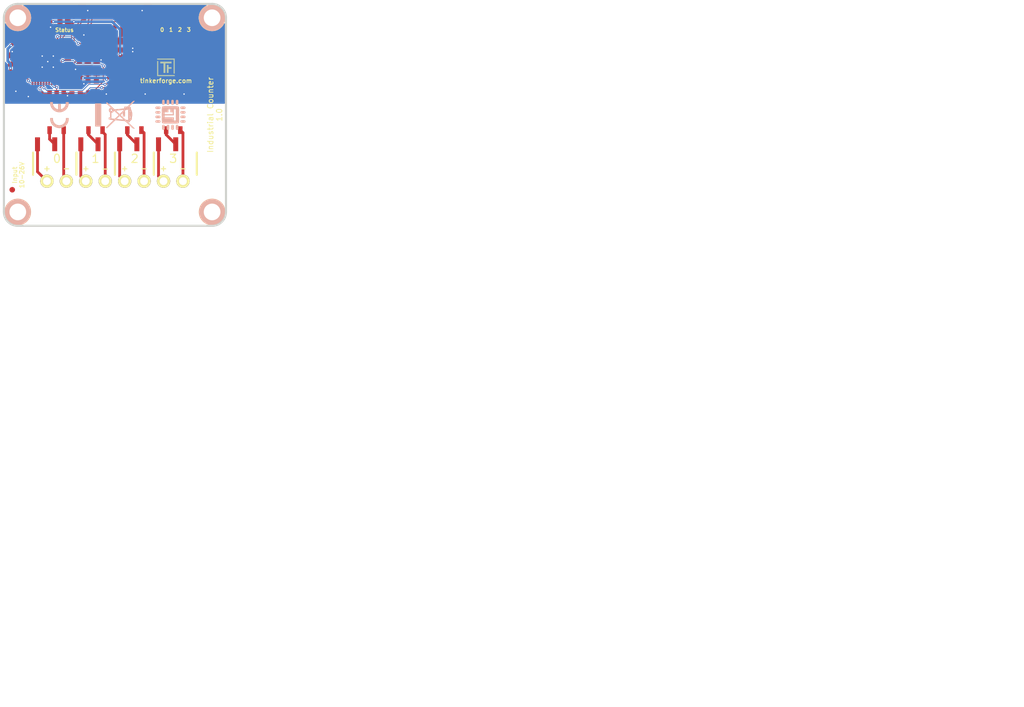
<source format=kicad_pcb>
(kicad_pcb (version 20221018) (generator pcbnew)
  (title_block (title "Industrial Counter Bricklet") (date "2017-09-18") (rev "1.0") (company "Tinkerforge GmbH") (comment 1 "Licensed under CERN OHL v.1.1") (comment 2 "Copyright (©) 2017, B.Nordmeyer <bastian@tinkerforge.com>"))
  (layers (0 "F.Cu" signal "Front") (31 "B.Cu" signal "Back") (34 "B.Paste" user) (35 "F.Paste" user) (36 "B.SilkS" user "B.Silkscreen") (37 "F.SilkS" user "F.Silkscreen") (38 "B.Mask" user) (39 "F.Mask" user) (44 "Edge.Cuts" user))
  (net 0 "")
  (net 1 "GND")
  (net 2 "Net-(C1-Pad1)")
  (net 3 "VCC")
  (net 4 "Net-(C4-Pad1)")
  (net 5 "Net-(C5-Pad1)")
  (net 6 "Net-(D1-Pad2)")
  (net 7 "Net-(D2-Pad2)")
  (net 8 "Net-(D3-Pad2)")
  (net 9 "Net-(D4-Pad2)")
  (net 10 "Net-(D5-Pad2)")
  (net 11 "Net-(P1-Pad4)")
  (net 12 "Net-(P1-Pad5)")
  (net 13 "Net-(P1-Pad6)")
  (net 14 "Net-(P2-Pad2)")
  (net 15 "Net-(P3-Pad2)")
  (net 16 "Net-(P3-Pad3)")
  (net 17 "Net-(P3-Pad4)")
  (net 18 "Net-(P3-Pad1)")
  (net 19 "Net-(P3-Pad5)")
  (net 20 "Net-(P3-Pad6)")
  (net 21 "Net-(P3-Pad7)")
  (net 22 "Net-(P3-Pad8)")
  (net 23 "Net-(R1-Pad1)")
  (net 24 "Net-(R2-Pad2)")
  (net 25 "Net-(R3-Pad2)")
  (net 26 "Net-(R4-Pad2)")
  (net 27 "Net-(R5-Pad2)")
  (net 28 "S-CS")
  (net 29 "S-CLK")
  (net 30 "S-MOSI")
  (net 31 "S-MISO")
  (net 32 "STATUS4")
  (net 33 "STATUS3")
  (net 34 "STATUS2")
  (net 35 "STATUS1")
  (net 36 "IN1")
  (net 37 "IN2")
  (net 38 "IN3")
  (net 39 "IN4")
  (net 40 "Net-(J1-Pad1)")
  (net 41 "Net-(P1-Pad1)")
  (net 42 "Net-(U1-Pad5)")
  (net 43 "Net-(U1-Pad6)")
  (net 44 "Net-(U1-Pad8)")
  (net 45 "Net-(U1-Pad9)")
  (net 46 "Net-(U1-Pad10)")
  (net 47 "Net-(U1-Pad11)")
  (net 48 "Net-(U1-Pad12)")
  (net 49 "Net-(U1-Pad13)")
  (net 50 "Net-(U1-Pad14)")
  (net 51 "Net-(U1-Pad15)")
  (net 52 "Net-(U1-Pad16)")
  (net 53 "Net-(U1-Pad20)")
  (net 54 "Net-(U1-Pad22)")
  (net 55 "Net-(U1-Pad23)")
  (net 56 "Net-(U1-Pad30)")
  (net 57 "Net-(U1-Pad31)")
  (net 58 "Net-(U1-Pad32)")
  (net 59 "Net-(U1-Pad34)")
  (net 60 "Net-(U1-Pad35)")
  (net 61 "Net-(U1-Pad36)")
  (net 62 "Net-(U1-Pad39)")
  (net 63 "Net-(U1-Pad40)")
  (footprint "kicad-libraries:DRILL_NP" (layer "F.Cu") (at 100.29952 75.54976)
    (fp_text reference "U6" hide)
    (fp_text value "DRILL" hide)
  )
  (footprint "Fiducial_Mark" (layer "F.Cu") (at 99.3013 71.54926)
    (fp_text reference "Fiducial_Mark" hide)
    (fp_text value "VAL**" hide)
  )
  (footprint "Fiducial_Mark" (layer "F.Cu") (at 135.8011 44.54906)
    (fp_text reference "Fiducial_Mark" hide)
    (fp_text value "VAL**" hide)
  )
  (footprint "Logo_31x31" (layer "F.Cu") (at 125.4 47.9)
    (fp_text reference "G***" hide)
    (fp_text value "Logo_31x31" hide)
  )
  (footprint "kicad-libraries:SolderJumper" (layer "F.Cu") (at 105.2 42.85 -90)
    (fp_text reference "P2")
    (fp_text value "BOOT")
  )
  (footprint "kicad-libraries:0603X4" (layer "F.Cu") (at 124.95 44.9 90)
    (fp_text reference "RP2")
    (fp_text value "1k")
  )
  (footprint "kicad-libraries:QFN48-EP2" (layer "F.Cu") (at 105.7 48.45 180)
    (fp_text reference "U1")
    (fp_text value "XMC1404")
  )
  (footprint "kicad-libraries:DRILL_NP" (layer "F.Cu") (at 100.3 40.55)
    (fp_text reference "U7" hide)
    (fp_text value "DRILL" hide)
  )
  (footprint "kicad-libraries:DRILL_NP" (layer "F.Cu") (at 135.3 75.55)
    (fp_text reference "U8" hide)
    (fp_text value "DRILL" hide)
  )
  (footprint "kicad-libraries:DRILL_NP" (layer "F.Cu") (at 135.3 40.55)
    (fp_text reference "U9" hide)
    (fp_text value "DRILL" hide)
  )
  (footprint "kicad-libraries:CRYSTAL_3225" (layer "F.Cu") (at 113.7 49.25 -90)
    (fp_text reference "X1")
    (fp_text value "16MHz")
  )
  (footprint "kicad-libraries:DEBUG_PAD" (layer "F.Cu") (at 100.2 51.15)
    (fp_text reference "J1")
    (fp_text value "DEBUG")
  )
  (footprint "kicad-libraries:SO-5" (layer "F.Cu") (at 107.3 57.55)
    (fp_text reference "U2")
    (fp_text value "TLP2367")
  )
  (footprint "kicad-libraries:SO-5" (layer "F.Cu") (at 114.3 57.55)
    (fp_text reference "U3")
    (fp_text value "TLP2367")
  )
  (footprint "kicad-libraries:SO-5" (layer "F.Cu") (at 121.3 57.55)
    (fp_text reference "U4")
    (fp_text value "TLP2367")
  )
  (footprint "kicad-libraries:SO-5" (layer "F.Cu") (at 128.3 57.55)
    (fp_text reference "U5")
    (fp_text value "TLP2367")
  )
  (footprint "kicad-libraries:C0402F" (layer "F.Cu") (at 112.7 44.3 180)
    (fp_text reference "C1")
    (fp_text value "220pF")
  )
  (footprint "kicad-libraries:C0805" (layer "F.Cu") (at 119.7 44.75 180)
    (fp_text reference "C2")
    (fp_text value "10uF")
  )
  (footprint "kicad-libraries:C0603F" (layer "F.Cu") (at 119.5 46.35 180)
    (fp_text reference "C3")
    (fp_text value "1uF")
  )
  (footprint "kicad-libraries:C0603F" (layer "F.Cu") (at 113.7 51.95 180)
    (fp_text reference "C4")
    (fp_text value "10pF")
  )
  (footprint "kicad-libraries:C0603F" (layer "F.Cu") (at 111.4 49.15 -90)
    (fp_text reference "C5")
    (fp_text value "10pF")
  )
  (footprint "kicad-libraries:C0603F" (layer "F.Cu") (at 111.4 52.05 -90)
    (fp_text reference "C6")
    (fp_text value "100nF")
  )
  (footprint "kicad-libraries:C0603F" (layer "F.Cu") (at 99 48.15 90)
    (fp_text reference "C7")
    (fp_text value "100nF")
  )
  (footprint "kicad-libraries:C0603F" (layer "F.Cu") (at 100.7 53.05 180)
    (fp_text reference "C8")
    (fp_text value "100nF")
  )
  (footprint "kicad-libraries:C0603F" (layer "F.Cu") (at 100.4 48.15 90)
    (fp_text reference "C9")
    (fp_text value "220nF")
  )
  (footprint "kicad-libraries:C0603F" (layer "F.Cu") (at 103.7 54.25 180)
    (fp_text reference "C10")
    (fp_text value "100nF")
  )
  (footprint "kicad-libraries:C0603F" (layer "F.Cu") (at 110.8 54.25 180)
    (fp_text reference "C11")
    (fp_text value "100nF")
  )
  (footprint "kicad-libraries:C0603F" (layer "F.Cu") (at 117.8 54.25 180)
    (fp_text reference "C12")
    (fp_text value "100nF")
  )
  (footprint "kicad-libraries:C0603F" (layer "F.Cu") (at 124.9 54.25 180)
    (fp_text reference "C13")
    (fp_text value "100nF")
  )
  (footprint "kicad-libraries:D0603E" (layer "F.Cu") (at 109.3 40.55 90)
    (fp_text reference "D1")
    (fp_text value "blue")
  )
  (footprint "kicad-libraries:D0603E" (layer "F.Cu") (at 126.3 40.5 -90)
    (fp_text reference "D2")
    (fp_text value "blue")
  )
  (footprint "kicad-libraries:D0603E" (layer "F.Cu") (at 127.9 40.5 -90)
    (fp_text reference "D3")
    (fp_text value "blue")
  )
  (footprint "kicad-libraries:D0603E" (layer "F.Cu") (at 129.5 40.5 -90)
    (fp_text reference "D4")
    (fp_text value "blue")
  )
  (footprint "kicad-libraries:D0603E" (layer "F.Cu") (at 131.1 40.5 -90)
    (fp_text reference "D5")
    (fp_text value "blue")
  )
  (footprint "kicad-libraries:CON-SENSOR2" (layer "F.Cu") (at 117.80012 38.0492 180)
    (fp_text reference "P1")
    (fp_text value "CON-SENSOR2")
  )
  (footprint "kicad-libraries:OQ_8P" (layer "F.Cu") (at 117.8 70)
    (fp_text reference "P3")
    (fp_text value "CONN_8")
  )
  (footprint "kicad-libraries:R0603F" (layer "F.Cu") (at 107.9 40.55 90)
    (fp_text reference "R1")
    (fp_text value "1k")
  )
  (footprint "kicad-libraries:R1210" (layer "F.Cu") (at 105.4 63.35)
    (fp_text reference "R2")
    (fp_text value "2.7k 0.5W")
  )
  (footprint "kicad-libraries:R1210" (layer "F.Cu") (at 113.2 63.35)
    (fp_text reference "R3")
    (fp_text value "2.7k 0.5W")
  )
  (footprint "kicad-libraries:R1210" (layer "F.Cu") (at 120.2 63.35)
    (fp_text reference "R4")
    (fp_text value "2.7k 0.5W")
  )
  (footprint "kicad-libraries:R1210" (layer "F.Cu") (at 127.2 63.35)
    (fp_text reference "R5")
    (fp_text value "2.7k 0.5W")
  )
  (footprint "kicad-libraries:4X0402" (layer "F.Cu") (at 112.7 45.95 90)
    (fp_text reference "RP1")
    (fp_text value "82")
  )
  (footprint "kicad-libraries:CE_5mm" (layer "B.Cu") (at 107.8 58.05 90)
    (fp_text reference "VAL" hide)
    (fp_text value "CE_5mm" hide)
  )
  (footprint "kicad-libraries:WEEE_7mm" (layer "B.Cu") (at 117.8 58.05 90)
    (fp_text reference "VAL" hide)
    (fp_text value "WEEE_7mm" hide)
  )
  (footprint "kicad-libraries:Logo_CoMCU" (layer "B.Cu") (at 127.8 58.05 90)
    (fp_text reference "G***" hide)
    (fp_text value "LOGO" hide)
  )
  (gr_line (start 117.80012 68.84924) (end 117.80012 64.84874) (stroke (width 0.381)) (layer "F.SilkS"))
  (gr_line (start 103.05034 68.84924) (end 103.05034 64.84874) (stroke (width 0.381)) (layer "F.SilkS"))
  (gr_line (start 132.5499 68.84924) (end 132.5499 64.84874) (stroke (width 0.381)) (layer "F.SilkS"))
  (gr_line (start 110.85068 68.84924) (end 110.85068 64.84874) (stroke (width 0.381)) (layer "F.SilkS"))
  (gr_line (start 124.80036 68.84924) (end 124.80036 64.84874) (stroke (width 0.381)) (layer "F.SilkS"))
  (gr_arc (start 97.80016 40.5511) (mid 98.532206 38.783786) (end 100.29952 38.05174) (stroke (width 0.381)) (layer "Edge.Cuts"))
  (gr_line (start 135.30072 38.0492) (end 100.29952 38.0492) (stroke (width 0.381)) (layer "Edge.Cuts"))
  (gr_arc (start 135.29818 38.0492) (mid 137.06729 38.78199) (end 137.80008 40.5511) (stroke (width 0.381)) (layer "Edge.Cuts"))
  (gr_line (start 137.80262 75.54976) (end 137.80262 40.5511) (stroke (width 0.381)) (layer "Edge.Cuts"))
  (gr_arc (start 137.80008 75.54976) (mid 137.06729 77.31887) (end 135.29818 78.05166) (stroke (width 0.381)) (layer "Edge.Cuts"))
  (gr_line (start 100.29952 78.04912) (end 135.30072 78.04912) (stroke (width 0.381)) (layer "Edge.Cuts"))
  (gr_line (start 97.80016 40.5511) (end 97.80016 75.54976) (stroke (width 0.381)) (layer "Edge.Cuts"))
  (gr_arc (start 100.29952 78.04912) (mid 98.532206 77.317074) (end 97.80016 75.54976) (stroke (width 0.381)) (layer "Edge.Cuts"))
  (gr_text "3" (at 131.1 42.7) (layer "F.SilkS") (effects (font (size 0.7 0.7) (thickness 0.14986))))
  (gr_text "Industrial Counter\n1.0" (at 135.8 58.05 90) (layer "F.SilkS") (effects (font (size 1 1))))
  (gr_text "-" (at 109.04982 67.69862) (layer "F.SilkS") (effects (font (size 1.00076 1.00076) (thickness 0.20066))))
  (gr_text "+" (at 105.5497 67.69862) (layer "F.SilkS") (effects (font (size 1.00076 1.00076) (thickness 0.20066))))
  (gr_text "-" (at 123.0503 67.69862) (layer "F.SilkS") (effects (font (size 1.00076 1.00076) (thickness 0.20066))))
  (gr_text "2" (at 129.5 42.7) (layer "F.SilkS") (effects (font (size 0.7 0.7) (thickness 0.14986))))
  (gr_text "1" (at 114.3 65.94856) (layer "F.SilkS") (effects (font (size 1.50114 1.50114) (thickness 0.20066))))
  (gr_text "2" (at 121.35104 65.94856) (layer "F.SilkS") (effects (font (size 1.50114 1.50114) (thickness 0.20066))))
  (gr_text "+" (at 126.55042 67.69862) (layer "F.SilkS") (effects (font (size 1.00076 1.00076) (thickness 0.20066))))
  (gr_text "-" (at 116.05006 67.74942) (layer "F.SilkS") (effects (font (size 1.00076 1.00076) (thickness 0.20066))))
  (gr_text "3" (at 128.30048 65.94856) (layer "F.SilkS") (effects (font (size 1.50114 1.50114) (thickness 0.20066))))
  (gr_text "+" (at 112.54994 67.69862) (layer "F.SilkS") (effects (font (size 1.00076 1.00076) (thickness 0.20066))))
  (gr_text "Input\n10-26V" (at 100.4 68.9 90) (layer "F.SilkS") (effects (font (size 0.8001 0.8001) (thickness 0.14986))))
  (gr_text "0" (at 107.35056 65.94856) (layer "F.SilkS") (effects (font (size 1.50114 1.50114) (thickness 0.20066))))
  (gr_text "-" (at 130.05054 67.69862) (layer "F.SilkS") (effects (font (size 1.00076 1.00076) (thickness 0.20066))))
  (gr_text "+" (at 119.55018 67.69862) (layer "F.SilkS") (effects (font (size 1.00076 1.00076) (thickness 0.20066))))
  (gr_text "tinkerforge.com" (at 127 51.9) (layer "F.SilkS") (effects (font (size 0.8001 0.8001) (thickness 0.14986))))
  (gr_text "1" (at 127.9 42.7) (layer "F.SilkS") (effects (font (size 0.7 0.7) (thickness 0.14986))))
  (gr_text "0" (at 126.3 42.65 180) (layer "F.SilkS") (effects (font (size 0.7 0.7) (thickness 0.14986))))
  (gr_text "Status" (at 108.7 42.75) (layer "F.SilkS") (effects (font (size 0.7 0.7) (thickness 0.14986))))
  (segment (start 101.3507 47.7007) (end 101.05 47.4) (width 0.29972) (layer "F.Cu") (net 1))
  (segment (start 101.05 47.4) (end 100.4 47.4) (width 0.29972) (layer "F.Cu") (net 1))
  (segment (start 109.84828 51.19828) (end 110.4 51.75) (width 0.29972) (layer "F.Cu") (net 1))
  (segment (start 110.4 51.75) (end 110.4 52.55) (width 0.29972) (layer "F.Cu") (net 1))
  (segment (start 110.4 52.55) (end 110.65 52.8) (width 0.29972) (layer "F.Cu") (net 1))
  (segment (start 110.65 52.8) (end 111.4 52.8) (width 0.29972) (layer "F.Cu") (net 1))
  (segment (start 112.8999 51.8999) (end 112.95 51.95) (width 0.50038) (layer "F.Cu") (net 1))
  (segment (start 115.29982 48.15018) (end 115.3 48.15) (width 0.50038) (layer "F.Cu") (net 1))
  (segment (start 110.75 49.9) (end 110.7 49.85) (width 0.50038) (layer "F.Cu") (net 1))
  (segment (start 111.85 52.8) (end 112.2 52.45) (width 0.50038) (layer "F.Cu") (net 1))
  (segment (start 112.7 51.95) (end 112.2 52.45) (width 0.50038) (layer "F.Cu") (net 1))
  (segment (start 99 46.95) (end 99.3 46.65) (width 0.50038) (layer "F.Cu") (net 1))
  (segment (start 109.6 54.25) (end 109.25 54.6) (width 0.50038) (layer "F.Cu") (net 1))
  (segment (start 108.95 54.3) (end 109.25 54.6) (width 0.50038) (layer "F.Cu") (net 1))
  (segment (start 102.7 54.25) (end 102.2 54.75) (width 0.50038) (layer "F.Cu") (net 1))
  (segment (start 116.3 54.25) (end 116.25 54.3) (width 0.50038) (layer "F.Cu") (net 1))
  (segment (start 123.3 54.25) (end 123.25 54.3) (width 0.50038) (layer "F.Cu") (net 1))
  (segment (start 112.8992 39.2492) (end 112.9 39.25) (width 0.50038) (layer "F.Cu") (net 1))
  (segment (start 122.7008 39.2492) (end 122.7 39.25) (width 0.50038) (layer "F.Cu") (net 1))
  (segment (start 120.30012 43.45012) (end 120.70076 43.85076) (width 0.50038) (layer "F.Cu") (net 1))
  (segment (start 120.70076 43.85076) (end 120.70076 44.75) (width 0.50038) (layer "F.Cu") (net 1))
  (segment (start 120.70076 45.34924) (end 120.25 45.8) (width 0.50038) (layer "F.Cu") (net 1))
  (segment (start 120.25 45.8) (end 120.25 46.35) (width 0.50038) (layer "F.Cu") (net 1))
  (segment (start 120.7 46.35) (end 121 46.05) (width 0.50038) (layer "F.Cu") (net 1))
  (segment (start 120.7 46.35) (end 121 46.65) (width 0.50038) (layer "F.Cu") (net 1))
  (segment (start 105.75 42.5) (end 105.6 42.35) (width 0.14986) (layer "F.Cu") (net 1))
  (segment (start 105.6 42.35) (end 105.2 42.35) (width 0.14986) (layer "F.Cu") (net 1))
  (segment (start 104.6 42.35) (end 104.6 42.75) (width 0.14986) (layer "F.Cu") (net 1))
  (segment (start 104.6 42.75) (end 104.65 42.625) (width 0.14986) (layer "F.Cu") (net 1))
  (segment (start 106.1 42.35) (end 106.2 42.25) (width 0.29972) (layer "F.Cu") (net 1))
  (segment (start 111.4 52.8) (end 111.85 52.8) (width 0.50038) (layer "F.Cu") (net 1))
  (segment (start 105.7 48.45) (end 106.7 47.45) (width 0.50038) (layer "F.Cu") (net 1))
  (segment (start 99 47.4) (end 99 46.95) (width 0.50038) (layer "F.Cu") (net 1))
  (segment (start 112.95 51.95) (end 112.7 51.95) (width 0.50038) (layer "F.Cu") (net 1))
  (segment (start 102.95 54.25) (end 102.7 54.25) (width 0.50038) (layer "F.Cu") (net 1))
  (segment (start 105.2 42.35) (end 106.1 42.35) (width 0.29972) (layer "F.Cu") (net 1))
  (segment (start 117.05 54.25) (end 116.3 54.25) (width 0.50038) (layer "F.Cu") (net 1))
  (segment (start 120.70076 44.75) (end 120.70076 45.34924) (width 0.50038) (layer "F.Cu") (net 1))
  (segment (start 112.2 44.3) (end 112.2 43.65) (width 0.50038) (layer "F.Cu") (net 1))
  (segment (start 123.25 54.3) (end 122.57 54.3) (width 0.50038) (layer "F.Cu") (net 1))
  (segment (start 116.25 54.3) (end 115.57 54.3) (width 0.50038) (layer "F.Cu") (net 1))
  (segment (start 105.7 48.45) (end 106.7 49.45) (width 0.50038) (layer "F.Cu") (net 1))
  (segment (start 111.90012 39.2492) (end 112.8992 39.2492) (width 0.50038) (layer "F.Cu") (net 1))
  (segment (start 105.75 42.625) (end 105.75 42.5) (width 0.14986) (layer "F.Cu") (net 1))
  (segment (start 120.30012 42.6492) (end 120.30012 43.45012) (width 0.50038) (layer "F.Cu") (net 1))
  (segment (start 114.5001 48.15018) (end 115.29982 48.15018) (width 0.50038) (layer "F.Cu") (net 1))
  (segment (start 112.8999 50.34982) (end 112.8999 51.8999) (width 0.50038) (layer "F.Cu") (net 1))
  (segment (start 109.30934 51.19828) (end 109.84828 51.19828) (width 0.29972) (layer "F.Cu") (net 1))
  (segment (start 123.70012 39.2492) (end 122.7008 39.2492) (width 0.50038) (layer "F.Cu") (net 1))
  (segment (start 111.4 49.9) (end 110.75 49.9) (width 0.50038) (layer "F.Cu") (net 1))
  (segment (start 129.57 54.3) (end 130.25 54.3) (width 0.50038) (layer "F.Cu") (net 1))
  (segment (start 110.05 54.25) (end 109.6 54.25) (width 0.50038) (layer "F.Cu") (net 1))
  (segment (start 105.2 42.35) (end 104.6 42.35) (width 0.14986) (layer "F.Cu") (net 1))
  (segment (start 120.25 46.35) (end 120.7 46.35) (width 0.50038) (layer "F.Cu") (net 1))
  (segment (start 124.15 54.25) (end 123.3 54.25) (width 0.50038) (layer "F.Cu") (net 1))
  (segment (start 105.7 48.45) (end 104.7 49.45) (width 0.50038) (layer "F.Cu") (net 1))
  (segment (start 108.57 54.3) (end 108.95 54.3) (width 0.50038) (layer "F.Cu") (net 1))
  (segment (start 100.4 47.4) (end 99 47.4) (width 0.50038) (layer "F.Cu") (net 1))
  (segment (start 99.95 53.05) (end 99.95 53.8) (width 0.50038) (layer "F.Cu") (net 1))
  (segment (start 105.7 48.45) (end 104.7 47.45) (width 0.50038) (layer "F.Cu") (net 1))
  (segment (start 102.08812 47.7007) (end 101.3507 47.7007) (width 0.29972) (layer "F.Cu") (net 1))
  (via (at 106.7 47.45) (size 0.55) (drill 0.25) (layers "F.Cu" "B.Cu") (net 1))
  (via (at 115.3 48.15) (size 0.55) (drill 0.25) (layers "F.Cu" "B.Cu") (net 1))
  (via (at 121 46.05) (size 0.55) (drill 0.25) (layers "F.Cu" "B.Cu") (net 1))
  (via (at 130.25 54.3) (size 0.55) (drill 0.25) (layers "F.Cu" "B.Cu") (net 1))
  (via (at 112.2 52.45) (size 0.55) (drill 0.25) (layers "F.Cu" "B.Cu") (net 1))
  (via (at 104.7 47.45) (size 0.55) (drill 0.25) (layers "F.Cu" "B.Cu") (net 1))
  (via (at 116.25 54.3) (size 0.55) (drill 0.25) (layers "F.Cu" "B.Cu") (net 1))
  (via (at 104.7 49.45) (size 0.55) (drill 0.25) (layers "F.Cu" "B.Cu") (net 1))
  (via (at 110.7 49.85) (size 0.55) (drill 0.25) (layers "F.Cu" "B.Cu") (net 1))
  (via (at 106.2 42.25) (size 0.55) (drill 0.25) (layers "F.Cu" "B.Cu") (net 1))
  (via (at 109.25 54.6) (size 0.55) (drill 0.25) (layers "F.Cu" "B.Cu") (net 1))
  (via (at 122.7 39.25) (size 0.55) (drill 0.25) (layers "F.Cu" "B.Cu") (net 1))
  (via (at 123.25 54.3) (size 0.55) (drill 0.25) (layers "F.Cu" "B.Cu") (net 1))
  (via (at 99.3 46.65) (size 0.55) (drill 0.25) (layers "F.Cu" "B.Cu") (net 1))
  (via (at 99.95 53.8) (size 0.55) (drill 0.25) (layers "F.Cu" "B.Cu") (net 1))
  (via (at 112.9 39.25) (size 0.55) (drill 0.25) (layers "F.Cu" "B.Cu") (net 1))
  (via (at 102.2 54.75) (size 0.55) (drill 0.25) (layers "F.Cu" "B.Cu") (net 1))
  (via (at 121 46.65) (size 0.55) (drill 0.25) (layers "F.Cu" "B.Cu") (net 1))
  (via (at 112.2 43.65) (size 0.55) (drill 0.25) (layers "F.Cu" "B.Cu") (net 1))
  (via (at 106.7 49.45) (size 0.55) (drill 0.25) (layers "F.Cu" "B.Cu") (net 1))
  (via (at 105.7 48.45) (size 0.55) (drill 0.25) (layers "F.Cu" "B.Cu") (net 1))
  (segment (start 114.05012 44.04988) (end 113.8 44.3) (width 0.14986) (layer "F.Cu") (net 2))
  (segment (start 113.8 44.3) (end 113.2 44.3) (width 0.14986) (layer "F.Cu") (net 2))
  (segment (start 113.2 45.1257) (end 113.275 45.2007) (width 0.14986) (layer "F.Cu") (net 2))
  (segment (start 113.275 45.2007) (end 113.275 45.125) (width 0.14986) (layer "F.Cu") (net 2))
  (segment (start 113.2 44.3) (end 113.2 45.1257) (width 0.14986) (layer "F.Cu") (net 2))
  (segment (start 114.05012 42.6492) (end 114.05012 44.04988) (width 0.14986) (layer "F.Cu") (net 2))
  (segment (start 100.60108 48.69892) (end 100.4 48.9) (width 0.29972) (layer "F.Cu") (net 3))
  (segment (start 101.25108 48.20108) (end 101.2 48.15) (width 0.29972) (layer "F.Cu") (net 3))
  (segment (start 101.2 48.15) (end 99.75 48.15) (width 0.29972) (layer "F.Cu") (net 3))
  (segment (start 99.75 48.15) (end 99 48.9) (width 0.29972) (layer "F.Cu") (net 3))
  (segment (start 110.1479 50.6979) (end 110.75 51.3) (width 0.29972) (layer "F.Cu") (net 3))
  (segment (start 110.75 51.3) (end 111.4 51.3) (width 0.29972) (layer "F.Cu") (net 3))
  (segment (start 99 54.55) (end 100 55.55) (width 0.50038) (layer "F.Cu") (net 3))
  (segment (start 103.95248 52.79752) (end 103.7 53.05) (width 0.29972) (layer "F.Cu") (net 3))
  (segment (start 103.7 53.05) (end 101.45 53.05) (width 0.29972) (layer "F.Cu") (net 3))
  (segment (start 124.5 55.55) (end 125.65 54.4) (width 0.50038) (layer "F.Cu") (net 3))
  (segment (start 125.65 54.4) (end 125.65 54.25) (width 0.50038) (layer "F.Cu") (net 3))
  (segment (start 118.55 54.8) (end 117.8 55.55) (width 0.50038) (layer "F.Cu") (net 3))
  (segment (start 117.8 55.55) (end 124.5 55.55) (width 0.50038) (layer "F.Cu") (net 3))
  (segment (start 111.55 54.7) (end 110.7 55.55) (width 0.50038) (layer "F.Cu") (net 3))
  (segment (start 110.7 55.55) (end 117.8 55.55) (width 0.50038) (layer "F.Cu") (net 3))
  (segment (start 104.45 54.5) (end 103.4 55.55) (width 0.50038) (layer "F.Cu") (net 3))
  (segment (start 103.4 55.55) (end 110.7 55.55) (width 0.50038) (layer "F.Cu") (net 3))
  (segment (start 101.45 54.1) (end 100 55.55) (width 0.50038) (layer "F.Cu") (net 3))
  (segment (start 99.1 45.55) (end 100.6 44.05) (width 0.50038) (layer "F.Cu") (net 3))
  (segment (start 100.6 44.05) (end 101.8 44.05) (width 0.50038) (layer "F.Cu") (net 3))
  (segment (start 111.95 51.3) (end 112.05 51.4) (width 0.50038) (layer "F.Cu") (net 3))
  (segment (start 119.05012 43.69988) (end 118.69924 44.05076) (width 0.50038) (layer "F.Cu") (net 3))
  (segment (start 118.69924 44.05076) (end 118.69924 44.75) (width 0.50038) (layer "F.Cu") (net 3))
  (segment (start 118.69924 46.29924) (end 118.75 46.35) (width 0.50038) (layer "F.Cu") (net 3))
  (segment (start 118.75 49.2) (end 116.3 51.65) (width 0.50038) (layer "F.Cu") (net 3))
  (segment (start 118.75 47.15) (end 118.75 49.2) (width 0.50038) (layer "F.Cu") (net 3))
  (segment (start 110.4 41.25) (end 110.2499 41.4001) (width 0.50038) (layer "F.Cu") (net 3))
  (segment (start 109.3 41.4001) (end 110.2499 41.4001) (width 0.50038) (layer "F.Cu") (net 3))
  (segment (start 106.7 41.25) (end 104.6 41.25) (width 0.50038) (layer "F.Cu") (net 3))
  (segment (start 104.6 41.25) (end 101.8 44.05) (width 0.50038) (layer "F.Cu") (net 3))
  (segment (start 131.7999 39.6499) (end 132.3 40.15) (width 0.50038) (layer "F.Cu") (net 3))
  (segment (start 132.3 40.15) (end 132.3 44.75) (width 0.50038) (layer "F.Cu") (net 3))
  (segment (start 132.3 44.75) (end 129 48.05) (width 0.50038) (layer "F.Cu") (net 3))
  (segment (start 129 48.05) (end 119.65 48.05) (width 0.50038) (layer "F.Cu") (net 3))
  (segment (start 119.65 48.05) (end 118.75 47.15) (width 0.50038) (layer "F.Cu") (net 3))
  (segment (start 118.55 54.25) (end 118.55 54.8) (width 0.50038) (layer "F.Cu") (net 3))
  (segment (start 100 55.55) (end 103.4 55.55) (width 0.50038) (layer "F.Cu") (net 3))
  (segment (start 119.05012 42.6492) (end 119.05012 43.69988) (width 0.50038) (layer "F.Cu") (net 3))
  (segment (start 101.45 53.05) (end 101.45 54.1) (width 0.50038) (layer "F.Cu") (net 3))
  (segment (start 104.45 54.25) (end 104.45 54.5) (width 0.50038) (layer "F.Cu") (net 3))
  (segment (start 102.08812 48.69892) (end 100.60108 48.69892) (width 0.29972) (layer "F.Cu") (net 3))
  (segment (start 127.9 39.6499) (end 126.3 39.6499) (width 0.50038) (layer "F.Cu") (net 3))
  (segment (start 111.55 54.25) (end 111.55 54.7) (width 0.50038) (layer "F.Cu") (net 3))
  (segment (start 129.5 39.6499) (end 127.9 39.6499) (width 0.50038) (layer "F.Cu") (net 3))
  (segment (start 120.03 54.3) (end 118.5 54.3) (width 0.29972) (layer "F.Cu") (net 3))
  (segment (start 109.31188 50.6979) (end 110.1479 50.6979) (width 0.29972) (layer "F.Cu") (net 3))
  (segment (start 111.4 51.3) (end 111.95 51.3) (width 0.50038) (layer "F.Cu") (net 3))
  (segment (start 131.1 39.6499) (end 131.7999 39.6499) (width 0.50038) (layer "F.Cu") (net 3))
  (segment (start 118.75 46.35) (end 118.75 47.15) (width 0.50038) (layer "F.Cu") (net 3))
  (segment (start 99 48.9) (end 100.4 48.9) (width 0.50038) (layer "F.Cu") (net 3))
  (segment (start 99 48.9) (end 99 49.65) (width 0.50038) (layer "F.Cu") (net 3))
  (segment (start 99 49.65) (end 99 54.55) (width 0.50038) (layer "F.Cu") (net 3))
  (segment (start 103.95248 52.06188) (end 103.95248 52.79752) (width 0.29972) (layer "F.Cu") (net 3))
  (segment (start 104.5 54.3) (end 106.03 54.3) (width 0.29972) (layer "F.Cu") (net 3))
  (segment (start 127.03 54.3) (end 125.5 54.3) (width 0.29972) (layer "F.Cu") (net 3))
  (segment (start 113.03 54.3) (end 111.5 54.3) (width 0.29972) (layer "F.Cu") (net 3))
  (segment (start 102.08812 48.20108) (end 101.25108 48.20108) (width 0.29972) (layer "F.Cu") (net 3))
  (segment (start 131.1 39.6499) (end 129.5 39.6499) (width 0.50038) (layer "F.Cu") (net 3))
  (segment (start 118.69924 44.75) (end 118.69924 46.29924) (width 0.50038) (layer "F.Cu") (net 3))
  (via (at 118.75 47.15) (size 0.55) (drill 0.25) (layers "F.Cu" "B.Cu") (net 3))
  (via (at 116.3 51.65) (size 0.55) (drill 0.25) (layers "F.Cu" "B.Cu") (net 3))
  (via (at 99.1 45.55) (size 0.55) (drill 0.25) (layers "F.Cu" "B.Cu") (net 3))
  (via (at 106.7 41.25) (size 0.55) (drill 0.25) (layers "F.Cu" "B.Cu") (net 3))
  (via (at 112.05 51.4) (size 0.55) (drill 0.25) (layers "F.Cu" "B.Cu") (net 3))
  (via (at 110.4 41.25) (size 0.55) (drill 0.25) (layers "F.Cu" "B.Cu") (net 3))
  (via (at 99 49.65) (size 0.55) (drill 0.25) (layers "F.Cu" "B.Cu") (net 3))
  (segment (start 99 48.85) (end 98.5 48.35) (width 0.50038) (layer "B.Cu") (net 3))
  (segment (start 98.5 48.35) (end 98.5 46.15) (width 0.50038) (layer "B.Cu") (net 3))
  (segment (start 98.5 46.15) (end 99.1 45.55) (width 0.50038) (layer "B.Cu") (net 3))
  (segment (start 116.05 51.4) (end 116.3 51.65) (width 0.50038) (layer "B.Cu") (net 3))
  (segment (start 118.75 42.7) (end 117.3 41.25) (width 0.50038) (layer "B.Cu") (net 3))
  (segment (start 117.3 41.25) (end 110.4 41.25) (width 0.50038) (layer "B.Cu") (net 3))
  (segment (start 112.05 51.4) (end 116.05 51.4) (width 0.50038) (layer "B.Cu") (net 3))
  (segment (start 110.4 41.25) (end 106.7 41.25) (width 0.50038) (layer "B.Cu") (net 3))
  (segment (start 118.75 47.15) (end 118.75 42.7) (width 0.50038) (layer "B.Cu") (net 3))
  (segment (start 99 49.65) (end 99 48.85) (width 0.50038) (layer "B.Cu") (net 3))
  (segment (start 114.5001 49.9501) (end 113.7 49.15) (width 0.14986) (layer "F.Cu") (net 4))
  (segment (start 113.7 49.15) (end 109.36118 49.15) (width 0.14986) (layer "F.Cu") (net 4))
  (segment (start 109.36118 49.15) (end 109.31188 49.1993) (width 0.14986) (layer "F.Cu") (net 4))
  (segment (start 114.45 50.39992) (end 114.5001 50.34982) (width 0.14986) (layer "F.Cu") (net 4))
  (segment (start 114.45 51.95) (end 114.45 50.39992) (width 0.14986) (layer "F.Cu") (net 4))
  (segment (start 114.5001 50.34982) (end 114.5001 49.9501) (width 0.14986) (layer "F.Cu") (net 4))
  (segment (start 110.45108 48.69892) (end 110.75 48.4) (width 0.14986) (layer "F.Cu") (net 5))
  (segment (start 110.75 48.4) (end 111.4 48.4) (width 0.14986) (layer "F.Cu") (net 5))
  (segment (start 112.65008 48.4) (end 112.8999 48.15018) (width 0.14986) (layer "F.Cu") (net 5))
  (segment (start 109.31188 48.69892) (end 110.45108 48.69892) (width 0.14986) (layer "F.Cu") (net 5))
  (segment (start 111.4 48.4) (end 112.65008 48.4) (width 0.14986) (layer "F.Cu") (net 5))
  (segment (start 109.1999 39.8) (end 109.3 39.6999) (width 0.14986) (layer "F.Cu") (net 6))
  (segment (start 107.9 39.8) (end 109.1999 39.8) (width 0.14986) (layer "F.Cu") (net 6))
  (segment (start 126.29888 43.70112) (end 126.5 43.5) (width 0.14986) (layer "F.Cu") (net 7))
  (segment (start 126.5 43.5) (end 126.5 41.6001) (width 0.14986) (layer "F.Cu") (net 7))
  (segment (start 126.5 41.6001) (end 126.3 41.4001) (width 0.14986) (layer "F.Cu") (net 7))
  (segment (start 125.8009 43.70112) (end 126.29888 43.70112) (width 0.14986) (layer "F.Cu") (net 7))
  (segment (start 126.69878 44.50122) (end 127.9 43.3) (width 0.14986) (layer "F.Cu") (net 8))
  (segment (start 127.9 43.3) (end 127.9 41.3501) (width 0.14986) (layer "F.Cu") (net 8))
  (segment (start 125.8009 44.50122) (end 126.69878 44.50122) (width 0.14986) (layer "F.Cu") (net 8))
  (segment (start 127.40122 45.29878) (end 129.5 43.2) (width 0.14986) (layer "F.Cu") (net 9))
  (segment (start 129.5 43.2) (end 129.5 41.3501) (width 0.14986) (layer "F.Cu") (net 9))
  (segment (start 125.8009 45.29878) (end 127.40122 45.29878) (width 0.14986) (layer "F.Cu") (net 9))
  (segment (start 128.80112 46.09888) (end 131.1 43.8) (width 0.14986) (layer "F.Cu") (net 10))
  (segment (start 131.1 43.8) (end 131.1 41.3501) (width 0.14986) (layer "F.Cu") (net 10))
  (segment (start 125.8009 46.09888) (end 128.80112 46.09888) (width 0.14986) (layer "F.Cu") (net 10))
  (segment (start 114.5507 46.6993) (end 117.80012 43.44988) (width 0.14986) (layer "F.Cu") (net 11))
  (segment (start 117.80012 43.44988) (end 117.80012 42.6492) (width 0.14986) (layer "F.Cu") (net 11))
  (segment (start 113.275 46.6993) (end 114.5507 46.6993) (width 0.14986) (layer "F.Cu") (net 11))
  (segment (start 114.15108 46.19892) (end 116.55012 43.79988) (width 0.14986) (layer "F.Cu") (net 12))
  (segment (start 116.55012 43.79988) (end 116.55012 42.6492) (width 0.14986) (layer "F.Cu") (net 12))
  (segment (start 116.55012 42.6492) (end 116.55012 41.80012) (width 0.14986) (layer "F.Cu") (net 12))
  (segment (start 113.275 46.19892) (end 114.15108 46.19892) (width 0.14986) (layer "F.Cu") (net 12))
  (segment (start 113.84892 45.70108) (end 115.30012 44.24988) (width 0.14986) (layer "F.Cu") (net 13))
  (segment (start 115.30012 44.24988) (end 115.30012 42.6492) (width 0.14986) (layer "F.Cu") (net 13))
  (segment (start 113.275 45.70108) (end 113.84892 45.70108) (width 0.14986) (layer "F.Cu") (net 13))
  (segment (start 115.30012 42.6492) (end 115.30012 41.90012) (width 0.14986) (layer "F.Cu") (net 13))
  (segment (start 105.2 43.65) (end 105.45108 43.90108) (width 0.14986) (layer "F.Cu") (net 14))
  (segment (start 105.45108 43.90108) (end 105.45108 44.83812) (width 0.14986) (layer "F.Cu") (net 14))
  (segment (start 105.2 43.4) (end 105.2 43.65) (width 0.14986) (layer "F.Cu") (net 14))
  (segment (start 105.2 43) (end 105.2 43.4) (width 0.14986) (layer "F.Cu") (net 14))
  (segment (start 108.57 69.5203) (end 109.0497 70) (width 0.50038) (layer "F.Cu") (net 15))
  (segment (start 108.57 69.5203) (end 109.0497 70) (width 0.50038) (layer "F.Cu") (net 15))
  (segment (start 108.57 60.8) (end 108.57 69.5203) (width 0.50038) (layer "F.Cu") (net 15))
  (segment (start 111.6506 69.10078) (end 112.54982 70) (width 0.50038) (layer "F.Cu") (net 16))
  (segment (start 111.6506 63.35) (end 111.6506 69.10078) (width 0.50038) (layer "F.Cu") (net 16))
  (segment (start 115.57 61.12) (end 116.04994 61.59994) (width 0.50038) (layer "F.Cu") (net 17))
  (segment (start 116.04994 61.59994) (end 116.04994 70) (width 0.50038) (layer "F.Cu") (net 17))
  (segment (start 115.57 60.8) (end 115.57 61.12) (width 0.50038) (layer "F.Cu") (net 17))
  (segment (start 103.8506 68.30102) (end 105.54958 70) (width 0.50038) (layer "F.Cu") (net 18))
  (segment (start 103.8506 63.35) (end 103.8506 68.30102) (width 0.50038) (layer "F.Cu") (net 18))
  (segment (start 118.6506 69.10054) (end 119.55006 70) (width 0.50038) (layer "F.Cu") (net 19))
  (segment (start 118.6506 63.35) (end 118.6506 69.10054) (width 0.50038) (layer "F.Cu") (net 19))
  (segment (start 122.57 60.82) (end 123.05018 61.30018) (width 0.50038) (layer "F.Cu") (net 20))
  (segment (start 123.05018 61.30018) (end 123.05018 70) (width 0.50038) (layer "F.Cu") (net 20))
  (segment (start 122.57 60.8) (end 122.57 60.82) (width 0.50038) (layer "F.Cu") (net 20))
  (segment (start 125.6506 69.1003) (end 126.5503 70) (width 0.50038) (layer "F.Cu") (net 21))
  (segment (start 125.6506 63.35) (end 125.6506 69.1003) (width 0.50038) (layer "F.Cu") (net 21))
  (segment (start 130.05042 61.28042) (end 129.57 60.8) (width 0.50038) (layer "F.Cu") (net 22))
  (segment (start 130.05042 70) (end 130.05042 61.28042) (width 0.50038) (layer "F.Cu") (net 22))
  (segment (start 106.94968 44.14968) (end 106.9 44.1) (width 0.14986) (layer "F.Cu") (net 23))
  (segment (start 106.9 44.1) (end 106.9 43.5) (width 0.14986) (layer "F.Cu") (net 23))
  (segment (start 106.9 43.5) (end 107.9 42.5) (width 0.14986) (layer "F.Cu") (net 23))
  (segment (start 107.9 42.5) (end 107.9 41.3) (width 0.14986) (layer "F.Cu") (net 23))
  (segment (start 106.94968 44.83812) (end 106.94968 44.14968) (width 0.14986) (layer "F.Cu") (net 23))
  (segment (start 106.03 62.4306) (end 106.9494 63.35) (width 0.50038) (layer "F.Cu") (net 24))
  (segment (start 106.03 60.8) (end 106.03 62.4306) (width 0.50038) (layer "F.Cu") (net 24))
  (segment (start 113.03 61.6306) (end 114.7494 63.35) (width 0.50038) (layer "F.Cu") (net 25))
  (segment (start 113.03 60.8) (end 113.03 61.6306) (width 0.50038) (layer "F.Cu") (net 25))
  (segment (start 120.03 61.6306) (end 121.7494 63.35) (width 0.50038) (layer "F.Cu") (net 26))
  (segment (start 120.03 60.8) (end 120.03 61.6306) (width 0.50038) (layer "F.Cu") (net 26))
  (segment (start 127.03 61.6306) (end 128.7494 63.35) (width 0.50038) (layer "F.Cu") (net 27))
  (segment (start 127.03 60.8) (end 127.03 61.6306) (width 0.50038) (layer "F.Cu") (net 27))
  (segment (start 110.2493 47.7007) (end 111.2507 46.6993) (width 0.14986) (layer "F.Cu") (net 28))
  (segment (start 111.2507 46.6993) (end 112.125 46.6993) (width 0.14986) (layer "F.Cu") (net 28))
  (segment (start 109.31188 47.7007) (end 110.2493 47.7007) (width 0.14986) (layer "F.Cu") (net 28))
  (segment (start 110.14968 47.20032) (end 111.15108 46.19892) (width 0.14986) (layer "F.Cu") (net 29))
  (segment (start 111.15108 46.19892) (end 112.125 46.19892) (width 0.14986) (layer "F.Cu") (net 29))
  (segment (start 109.31188 47.20032) (end 110.14968 47.20032) (width 0.14986) (layer "F.Cu") (net 29))
  (segment (start 109.94752 46.70248) (end 110.94892 45.70108) (width 0.14986) (layer "F.Cu") (net 30))
  (segment (start 110.94892 45.70108) (end 112.125 45.70108) (width 0.14986) (layer "F.Cu") (net 30))
  (segment (start 109.31188 46.70248) (end 109.94752 46.70248) (width 0.14986) (layer "F.Cu") (net 30))
  (segment (start 111.2507 45.2007) (end 111.2 45.15) (width 0.14986) (layer "F.Cu") (net 31))
  (segment (start 107.45 43.95) (end 107.44752 43.95248) (width 0.14986) (layer "F.Cu") (net 31))
  (segment (start 107.44752 43.95248) (end 107.44752 44.83812) (width 0.14986) (layer "F.Cu") (net 31))
  (segment (start 112.125 45.2007) (end 111.2507 45.2007) (width 0.14986) (layer "F.Cu") (net 31))
  (via (at 107.45 43.95) (size 0.55) (drill 0.25) (layers "F.Cu" "B.Cu") (net 31))
  (via (at 111.2 45.15) (size 0.55) (drill 0.25) (layers "F.Cu" "B.Cu") (net 31))
  (segment (start 111.2 45.15) (end 110 43.95) (width 0.14986) (layer "B.Cu") (net 31))
  (segment (start 110 43.95) (end 107.45 43.95) (width 0.14986) (layer "B.Cu") (net 31))
  (segment (start 109.9479 46.2021) (end 110.45 45.7) (width 0.14986) (layer "F.Cu") (net 32))
  (segment (start 110.45 45.7) (end 110.45 43.8) (width 0.14986) (layer "F.Cu") (net 32))
  (segment (start 110.45 43.8) (end 112.05 42.2) (width 0.14986) (layer "F.Cu") (net 32))
  (segment (start 112.05 42.2) (end 112.9 42.2) (width 0.14986) (layer "F.Cu") (net 32))
  (segment (start 112.9 42.2) (end 113.85 41.25) (width 0.14986) (layer "F.Cu") (net 32))
  (segment (start 113.85 41.25) (end 121.7 41.25) (width 0.14986) (layer "F.Cu") (net 32))
  (segment (start 121.7 41.25) (end 122.35 41.9) (width 0.14986) (layer "F.Cu") (net 32))
  (segment (start 122.35 41.9) (end 122.35 43.4) (width 0.14986) (layer "F.Cu") (net 32))
  (segment (start 122.35 43.4) (end 122.15 43.6) (width 0.14986) (layer "F.Cu") (net 32))
  (segment (start 122.15 43.6) (end 122.15 44.85) (width 0.14986) (layer "F.Cu") (net 32))
  (segment (start 122.15 44.85) (end 123.39888 46.09888) (width 0.14986) (layer "F.Cu") (net 32))
  (segment (start 123.39888 46.09888) (end 124.0991 46.09888) (width 0.14986) (layer "F.Cu") (net 32))
  (segment (start 109.31188 46.2021) (end 109.9479 46.2021) (width 0.14986) (layer "F.Cu") (net 32))
  (segment (start 109.69828 45.70172) (end 110 45.4) (width 0.14986) (layer "F.Cu") (net 33))
  (segment (start 110 45.4) (end 110 43.65) (width 0.14986) (layer "F.Cu") (net 33))
  (segment (start 110 43.65) (end 111.9 41.75) (width 0.14986) (layer "F.Cu") (net 33))
  (segment (start 111.9 41.75) (end 112.8 41.75) (width 0.14986) (layer "F.Cu") (net 33))
  (segment (start 112.8 41.75) (end 113.75 40.8) (width 0.14986) (layer "F.Cu") (net 33))
  (segment (start 113.75 40.8) (end 121.8 40.8) (width 0.14986) (layer "F.Cu") (net 33))
  (segment (start 121.8 40.8) (end 123 42) (width 0.14986) (layer "F.Cu") (net 33))
  (segment (start 123 42) (end 123 43.2) (width 0.14986) (layer "F.Cu") (net 33))
  (segment (start 123 43.2) (end 122.75 43.45) (width 0.14986) (layer "F.Cu") (net 33))
  (segment (start 122.75 43.45) (end 122.75 44.7) (width 0.14986) (layer "F.Cu") (net 33))
  (segment (start 122.75 44.7) (end 123.34878 45.29878) (width 0.14986) (layer "F.Cu") (net 33))
  (segment (start 123.34878 45.29878) (end 124.0991 45.29878) (width 0.14986) (layer "F.Cu") (net 33))
  (segment (start 109.31188 45.70172) (end 109.69828 45.70172) (width 0.14986) (layer "F.Cu") (net 33))
  (segment (start 108.44828 44.00172) (end 108.511935 43.938065) (width 0.14986) (layer "F.Cu") (net 34))
  (segment (start 108.511935 43.938065) (end 108.511935 43.938065) (width 0.14986) (layer "F.Cu") (net 34))
  (segment (start 108.511935 43.938065) (end 109.500278 42.949722) (width 0.14986) (layer "F.Cu") (net 34))
  (segment (start 109.500278 42.949722) (end 110.25 42.949722) (width 0.14986) (layer "F.Cu") (net 34))
  (segment (start 110.25 42.949722) (end 111.85 41.349722) (width 0.14986) (layer "F.Cu") (net 34))
  (segment (start 111.85 41.349722) (end 112.65 41.349722) (width 0.14986) (layer "F.Cu") (net 34))
  (segment (start 112.65 41.349722) (end 113.649722 40.35) (width 0.14986) (layer "F.Cu") (net 34))
  (segment (start 113.649722 40.35) (end 122 40.35) (width 0.14986) (layer "F.Cu") (net 34))
  (segment (start 122 40.35) (end 123.55 41.9) (width 0.14986) (layer "F.Cu") (net 34))
  (segment (start 123.55 41.9) (end 123.55 43.15) (width 0.14986) (layer "F.Cu") (net 34))
  (segment (start 123.55 43.15) (end 123.25 43.45) (width 0.14986) (layer "F.Cu") (net 34))
  (segment (start 123.25 43.45) (end 123.25 44.15) (width 0.14986) (layer "F.Cu") (net 34))
  (segment (start 123.25 44.15) (end 123.60122 44.50122) (width 0.14986) (layer "F.Cu") (net 34))
  (segment (start 123.60122 44.50122) (end 124.0991 44.50122) (width 0.14986) (layer "F.Cu") (net 34))
  (segment (start 108.44828 44.83812) (end 108.44828 44.00172) (width 0.14986) (layer "F.Cu") (net 34))
  (segment (start 107.9479 44.1021) (end 108 44.05) (width 0.14986) (layer "F.Cu") (net 35))
  (segment (start 108 44.05) (end 108 43.7) (width 0.14986) (layer "F.Cu") (net 35))
  (segment (start 108 43.7) (end 109.05 42.65) (width 0.14986) (layer "F.Cu") (net 35))
  (segment (start 109.05 42.65) (end 110.1 42.65) (width 0.14986) (layer "F.Cu") (net 35))
  (segment (start 110.1 42.65) (end 111.85 40.9) (width 0.14986) (layer "F.Cu") (net 35))
  (segment (start 111.85 40.9) (end 112.5 40.9) (width 0.14986) (layer "F.Cu") (net 35))
  (segment (start 112.5 40.9) (end 113.45 39.95) (width 0.14986) (layer "F.Cu") (net 35))
  (segment (start 113.45 39.95) (end 122.15 39.95) (width 0.14986) (layer "F.Cu") (net 35))
  (segment (start 122.15 39.95) (end 124.0991 41.8991) (width 0.14986) (layer "F.Cu") (net 35))
  (segment (start 124.0991 41.8991) (end 124.0991 43.70112) (width 0.14986) (layer "F.Cu") (net 35))
  (segment (start 107.9479 44.83812) (end 107.9479 44.1021) (width 0.14986) (layer "F.Cu") (net 35))
  (segment (start 107 52.01156) (end 106.94968 52.06188) (width 0.14986) (layer "F.Cu") (net 36))
  (segment (start 106.94968 52.69968) (end 107.3 53.05) (width 0.14986) (layer "F.Cu") (net 36))
  (segment (start 107.3 53.05) (end 107.3 53.1) (width 0.14986) (layer "F.Cu") (net 36))
  (segment (start 102.08812 51.73812) (end 102.25 51.9) (width 0.14986) (layer "F.Cu") (net 36))
  (segment (start 107.3 53.1) (end 107.3 54.3) (width 0.14986) (layer "F.Cu") (net 36))
  (segment (start 106.94968 52.06188) (end 106.94968 52.69968) (width 0.14986) (layer "F.Cu") (net 36))
  (segment (start 107.3 54.3) (end 107.3 53.85) (width 0.14986) (layer "F.Cu") (net 36))
  (segment (start 102.08812 51.19828) (end 102.08812 51.73812) (width 0.14986) (layer "F.Cu") (net 36))
  (via (at 102.25 51.9) (size 0.55) (drill 0.25) (layers "F.Cu" "B.Cu") (net 36))
  (via (at 107.3 53.1) (size 0.55) (drill 0.25) (layers "F.Cu" "B.Cu") (net 36))
  (segment (start 102.25 51.9) (end 102.7 52.35) (width 0.14986) (layer "B.Cu") (net 36))
  (segment (start 106 52.35) (end 106.75 53.1) (width 0.14986) (layer "B.Cu") (net 36))
  (segment (start 106.75 53.1) (end 107.3 53.1) (width 0.14986) (layer "B.Cu") (net 36))
  (segment (start 102.7 52.35) (end 106 52.35) (width 0.14986) (layer "B.Cu") (net 36))
  (segment (start 114.3 53.45) (end 115.7 52.05) (width 0.14986) (layer "F.Cu") (net 37))
  (segment (start 115.7 52.05) (end 115.7 49.25) (width 0.14986) (layer "F.Cu") (net 37))
  (segment (start 108.4 48.25) (end 108.44892 48.20108) (width 0.14986) (layer "F.Cu") (net 37))
  (segment (start 108.44892 48.20108) (end 109.31188 48.20108) (width 0.14986) (layer "F.Cu") (net 37))
  (segment (start 102.95172 51.34828) (end 103.45 50.85) (width 0.14986) (layer "F.Cu") (net 37))
  (segment (start 103.45 50.85) (end 107.5 50.85) (width 0.14986) (layer "F.Cu") (net 37))
  (segment (start 108 48.65) (end 108 50.35) (width 0.14986) (layer "F.Cu") (net 37))
  (segment (start 108 50.35) (end 107.5 50.85) (width 0.14986) (layer "F.Cu") (net 37))
  (segment (start 114.3 54.3) (end 114.3 53.45) (width 0.14986) (layer "F.Cu") (net 37))
  (segment (start 102.95172 52.06188) (end 102.95172 51.34828) (width 0.14986) (layer "F.Cu") (net 37))
  (segment (start 108.4 48.25) (end 108 48.65) (width 0.14986) (layer "F.Cu") (net 37))
  (via (at 115.7 49.25) (size 0.55) (drill 0.25) (layers "F.Cu" "B.Cu") (net 37))
  (via (at 108.4 48.25) (size 0.55) (drill 0.25) (layers "F.Cu" "B.Cu") (net 37))
  (segment (start 115.7 49.25) (end 115.3 48.85) (width 0.14986) (layer "B.Cu") (net 37))
  (segment (start 115.3 48.85) (end 110.9 48.85) (width 0.14986) (layer "B.Cu") (net 37))
  (segment (start 110.9 48.85) (end 110.3 48.25) (width 0.14986) (layer "B.Cu") (net 37))
  (segment (start 110.3 48.25) (end 108.4 48.25) (width 0.14986) (layer "B.Cu") (net 37))
  (segment (start 121.3 53.65) (end 120.8 53.15) (width 0.14986) (layer "F.Cu") (net 38))
  (segment (start 120.8 53.15) (end 115.4 53.15) (width 0.14986) (layer "F.Cu") (net 38))
  (segment (start 104.3 53.35) (end 104.45032 53.19968) (width 0.14986) (layer "F.Cu") (net 38))
  (segment (start 104.45032 53.19968) (end 104.45032 52.06188) (width 0.14986) (layer "F.Cu") (net 38))
  (segment (start 103.4521 51.4479) (end 103.65 51.25) (width 0.14986) (layer "F.Cu") (net 38))
  (segment (start 103.65 51.25) (end 104.2 51.25) (width 0.14986) (layer "F.Cu") (net 38))
  (segment (start 104.2 51.25) (end 104.45032 51.50032) (width 0.14986) (layer "F.Cu") (net 38))
  (segment (start 104.45032 51.50032) (end 104.45032 52.06188) (width 0.14986) (layer "F.Cu") (net 38))
  (segment (start 121.3 54.3) (end 121.3 53.65) (width 0.14986) (layer "F.Cu") (net 38))
  (segment (start 103.4521 52.06188) (end 103.4521 51.4479) (width 0.14986) (layer "F.Cu") (net 38))
  (via (at 115.4 53.15) (size 0.55) (drill 0.25) (layers "F.Cu" "B.Cu") (net 38))
  (via (at 104.3 53.35) (size 0.55) (drill 0.25) (layers "F.Cu" "B.Cu") (net 38))
  (segment (start 105 54.05) (end 104.3 53.35) (width 0.14986) (layer "B.Cu") (net 38))
  (segment (start 113.35 53.15) (end 112.45 54.05) (width 0.14986) (layer "B.Cu") (net 38))
  (segment (start 112.45 54.05) (end 105 54.05) (width 0.14986) (layer "B.Cu") (net 38))
  (segment (start 115.4 53.15) (end 113.35 53.15) (width 0.14986) (layer "B.Cu") (net 38))
  (segment (start 128.3 53.45) (end 127.3 52.45) (width 0.14986) (layer "F.Cu") (net 39))
  (segment (start 127.3 52.45) (end 116.1 52.45) (width 0.14986) (layer "F.Cu") (net 39))
  (segment (start 116.1 52.45) (end 116 52.55) (width 0.14986) (layer "F.Cu") (net 39))
  (segment (start 105 53.15) (end 104.9507 53.1007) (width 0.14986) (layer "F.Cu") (net 39))
  (segment (start 104.9507 53.1007) (end 104.9507 52.06188) (width 0.14986) (layer "F.Cu") (net 39))
  (segment (start 128.3 54.3) (end 128.3 53.45) (width 0.14986) (layer "F.Cu") (net 39))
  (via (at 105 53.15) (size 0.55) (drill 0.25) (layers "F.Cu" "B.Cu") (net 39))
  (via (at 116 52.55) (size 0.55) (drill 0.25) (layers "F.Cu" "B.Cu") (net 39))
  (segment (start 113.1 52.55) (end 112 53.65) (width 0.14986) (layer "B.Cu") (net 39))
  (segment (start 112 53.65) (end 105.5 53.65) (width 0.14986) (layer "B.Cu") (net 39))
  (segment (start 105.5 53.65) (end 105 53.15) (width 0.14986) (layer "B.Cu") (net 39))
  (segment (start 116 52.55) (end 113.1 52.55) (width 0.14986) (layer "B.Cu") (net 39))
  (segment (start 101.15032 49.69968) (end 100.2 50.65) (width 0.14986) (layer "F.Cu") (net 40))
  (segment (start 100.2 50.65) (end 100.2 51.15) (width 0.14986) (layer "F.Cu") (net 40))
  (segment (start 102.08812 49.69968) (end 101.15032 49.69968) (width 0.14986) (layer "F.Cu") (net 40))
  (zone (net 1) (net_name "GND") (layer "B.Cu") (connect_pads yes (clearance 0.15)) (min_thickness 0.15) (fill yes (thermal_gap 0.508) (thermal_bridge_width 0.508))
    (polygon (pts (xy 97.8 38.05) (xy 97.8 56.05) (xy 137.8 56.05) (xy 137.8 38.05)))
  )
)
</source>
